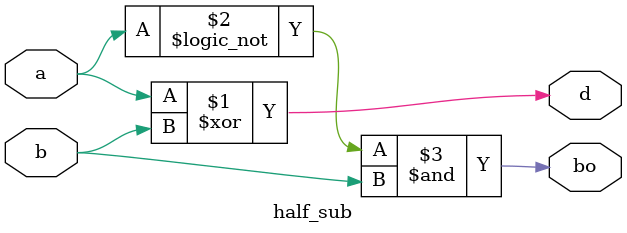
<source format=v>
`timescale 1ns / 1ps


//half_subtractor using dataflow level
module half_sub (output d,bo, input a,b);
assign d=a^b;
assign bo=!a&b;
endmodule


//half_subtractor using gate level
/* module half_sub (output d,bo, input a,b);
    wire abar;
    xor g1(d,a,b);
    not g2(abar,a);
    and g3(bo,abar,b);
endmodule
*/ 

//half_subtractor using behavioral level
/*module half_sub (output reg d,bo, input a,b);
    always @(*)
    begin
    d=a^b;
    bo=!a&b;
end
endmodule  */
</source>
